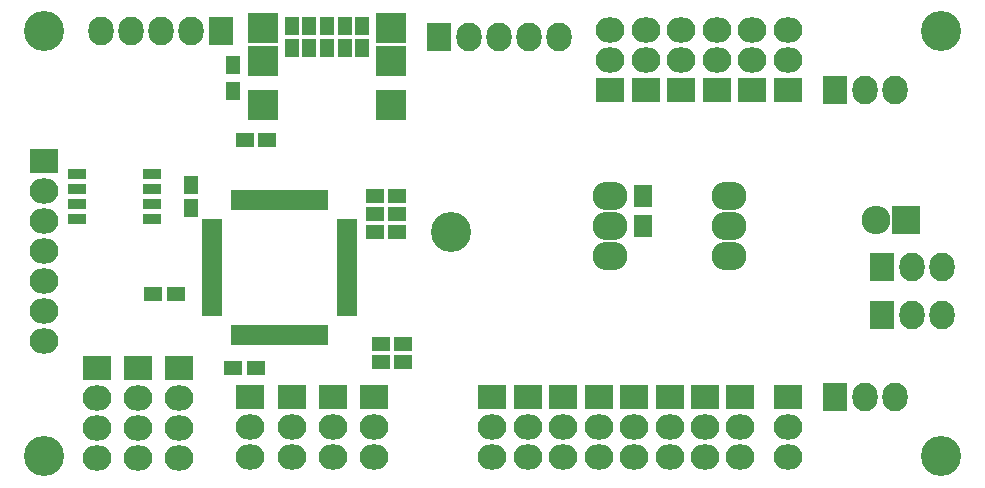
<source format=gbr>
G04 #@! TF.FileFunction,Soldermask,Top*
%FSLAX46Y46*%
G04 Gerber Fmt 4.6, Leading zero omitted, Abs format (unit mm)*
G04 Created by KiCad (PCBNEW 4.0.0-rc1-stable) date 19/11/2015 21:53:00*
%MOMM*%
G01*
G04 APERTURE LIST*
%ADD10C,0.100000*%
%ADD11R,1.150000X1.600000*%
%ADD12R,1.650000X1.900000*%
%ADD13R,1.600000X1.150000*%
%ADD14R,2.127200X2.432000*%
%ADD15O,2.127200X2.432000*%
%ADD16R,1.543000X0.908000*%
%ADD17C,3.400000*%
%ADD18R,2.432000X2.127200*%
%ADD19O,2.432000X2.127200*%
%ADD20R,1.300000X1.600000*%
%ADD21R,1.700000X0.650000*%
%ADD22R,0.650000X1.700000*%
%ADD23R,2.500000X2.500000*%
%ADD24O,2.940000X2.432000*%
%ADD25R,2.432000X2.432000*%
%ADD26O,2.432000X2.432000*%
G04 APERTURE END LIST*
D10*
D11*
X152500000Y-58450000D03*
X152500000Y-56550000D03*
D12*
X177750000Y-71000000D03*
X177750000Y-73500000D03*
D13*
X157450000Y-85000000D03*
X155550000Y-85000000D03*
X156950000Y-74000000D03*
X155050000Y-74000000D03*
D11*
X139500000Y-71950000D03*
X139500000Y-70050000D03*
D13*
X155050000Y-71000000D03*
X156950000Y-71000000D03*
X144950000Y-85500000D03*
X143050000Y-85500000D03*
X155550000Y-83500000D03*
X157450000Y-83500000D03*
X155050000Y-72500000D03*
X156950000Y-72500000D03*
X144050000Y-66250000D03*
X145950000Y-66250000D03*
X138200000Y-79250000D03*
X136300000Y-79250000D03*
D14*
X198000000Y-77000000D03*
D15*
X200540000Y-77000000D03*
X203080000Y-77000000D03*
D16*
X136175000Y-69095000D03*
X136175000Y-70365000D03*
X136175000Y-71635000D03*
X136175000Y-72905000D03*
X129825000Y-72905000D03*
X129825000Y-71635000D03*
X129825000Y-70365000D03*
X129825000Y-69095000D03*
D14*
X160500000Y-57500000D03*
D15*
X163040000Y-57500000D03*
X165580000Y-57500000D03*
X168120000Y-57500000D03*
X170660000Y-57500000D03*
D17*
X161500000Y-74000000D03*
D18*
X144500000Y-88000000D03*
D19*
X144500000Y-90540000D03*
X144500000Y-93080000D03*
D18*
X148000000Y-88000000D03*
D19*
X148000000Y-90540000D03*
X148000000Y-93080000D03*
D18*
X151500000Y-88000000D03*
D19*
X151500000Y-90540000D03*
X151500000Y-93080000D03*
D18*
X155000000Y-88000000D03*
D19*
X155000000Y-90540000D03*
X155000000Y-93080000D03*
D17*
X127000000Y-57000000D03*
X203000000Y-57000000D03*
X203000000Y-93000000D03*
X127000000Y-93000000D03*
D14*
X198000000Y-81000000D03*
D15*
X200540000Y-81000000D03*
X203080000Y-81000000D03*
D20*
X143000000Y-59900000D03*
X143000000Y-62100000D03*
D18*
X187000000Y-62000000D03*
D19*
X187000000Y-59460000D03*
X187000000Y-56920000D03*
D18*
X184000000Y-62000000D03*
D19*
X184000000Y-59460000D03*
X184000000Y-56920000D03*
D18*
X181000000Y-62000000D03*
D19*
X181000000Y-59460000D03*
X181000000Y-56920000D03*
D18*
X178000000Y-62000000D03*
D19*
X178000000Y-59460000D03*
X178000000Y-56920000D03*
D18*
X175000000Y-62000000D03*
D19*
X175000000Y-59460000D03*
X175000000Y-56920000D03*
D18*
X190000000Y-62000000D03*
D19*
X190000000Y-59460000D03*
X190000000Y-56920000D03*
D18*
X177000000Y-88000000D03*
D19*
X177000000Y-90540000D03*
X177000000Y-93080000D03*
D18*
X180000000Y-88000000D03*
D19*
X180000000Y-90540000D03*
X180000000Y-93080000D03*
D18*
X183000000Y-88000000D03*
D19*
X183000000Y-90540000D03*
X183000000Y-93080000D03*
D18*
X186000000Y-88000000D03*
D19*
X186000000Y-90540000D03*
X186000000Y-93080000D03*
D18*
X165000000Y-88000000D03*
D19*
X165000000Y-90540000D03*
X165000000Y-93080000D03*
D18*
X168000000Y-88000000D03*
D19*
X168000000Y-90540000D03*
X168000000Y-93080000D03*
D18*
X171000000Y-88000000D03*
D19*
X171000000Y-90540000D03*
X171000000Y-93080000D03*
D18*
X174000000Y-88000000D03*
D19*
X174000000Y-90540000D03*
X174000000Y-93080000D03*
D18*
X190000000Y-88000000D03*
D19*
X190000000Y-90540000D03*
X190000000Y-93080000D03*
D14*
X194000000Y-62000000D03*
D15*
X196540000Y-62000000D03*
X199080000Y-62000000D03*
D14*
X194000000Y-88000000D03*
D15*
X196540000Y-88000000D03*
X199080000Y-88000000D03*
D18*
X127000000Y-68000000D03*
D19*
X127000000Y-70540000D03*
X127000000Y-73080000D03*
X127000000Y-75620000D03*
X127000000Y-78160000D03*
X127000000Y-80700000D03*
X127000000Y-83240000D03*
D14*
X142000000Y-57000000D03*
D15*
X139460000Y-57000000D03*
X136920000Y-57000000D03*
X134380000Y-57000000D03*
X131840000Y-57000000D03*
D21*
X141300000Y-73250000D03*
X141300000Y-73750000D03*
X141300000Y-74250000D03*
X141300000Y-74750000D03*
X141300000Y-75250000D03*
X141300000Y-75750000D03*
X141300000Y-76250000D03*
X141300000Y-76750000D03*
X141300000Y-77250000D03*
X141300000Y-77750000D03*
X141300000Y-78250000D03*
X141300000Y-78750000D03*
X141300000Y-79250000D03*
X141300000Y-79750000D03*
X141300000Y-80250000D03*
X141300000Y-80750000D03*
D22*
X143250000Y-82700000D03*
X143750000Y-82700000D03*
X144250000Y-82700000D03*
X144750000Y-82700000D03*
X145250000Y-82700000D03*
X145750000Y-82700000D03*
X146250000Y-82700000D03*
X146750000Y-82700000D03*
X147250000Y-82700000D03*
X147750000Y-82700000D03*
X148250000Y-82700000D03*
X148750000Y-82700000D03*
X149250000Y-82700000D03*
X149750000Y-82700000D03*
X150250000Y-82700000D03*
X150750000Y-82700000D03*
D21*
X152700000Y-80750000D03*
X152700000Y-80250000D03*
X152700000Y-79750000D03*
X152700000Y-79250000D03*
X152700000Y-78750000D03*
X152700000Y-78250000D03*
X152700000Y-77750000D03*
X152700000Y-77250000D03*
X152700000Y-76750000D03*
X152700000Y-76250000D03*
X152700000Y-75750000D03*
X152700000Y-75250000D03*
X152700000Y-74750000D03*
X152700000Y-74250000D03*
X152700000Y-73750000D03*
X152700000Y-73250000D03*
D22*
X150750000Y-71300000D03*
X150250000Y-71300000D03*
X149750000Y-71300000D03*
X149250000Y-71300000D03*
X148750000Y-71300000D03*
X148250000Y-71300000D03*
X147750000Y-71300000D03*
X147250000Y-71300000D03*
X146750000Y-71300000D03*
X146250000Y-71300000D03*
X145750000Y-71300000D03*
X145250000Y-71300000D03*
X144750000Y-71300000D03*
X144250000Y-71300000D03*
X143750000Y-71300000D03*
X143250000Y-71300000D03*
D11*
X151000000Y-58450000D03*
X151000000Y-56550000D03*
X149500000Y-58450000D03*
X149500000Y-56550000D03*
X148000000Y-58450000D03*
X148000000Y-56550000D03*
X154000000Y-58450000D03*
X154000000Y-56550000D03*
D23*
X145600000Y-56750000D03*
X156400000Y-56750000D03*
X145600000Y-59550000D03*
X156400000Y-59550000D03*
X156400000Y-63250000D03*
X145600000Y-63250000D03*
D24*
X185000000Y-73500000D03*
X185000000Y-70960000D03*
X185000000Y-76040000D03*
X175000000Y-73500000D03*
X175000000Y-70960000D03*
X175000000Y-76040000D03*
D25*
X200000000Y-73000000D03*
D26*
X197460000Y-73000000D03*
D18*
X138500000Y-85500000D03*
D19*
X138500000Y-88040000D03*
X138500000Y-90580000D03*
X138500000Y-93120000D03*
D18*
X135000000Y-85500000D03*
D19*
X135000000Y-88040000D03*
X135000000Y-90580000D03*
X135000000Y-93120000D03*
D18*
X131500000Y-85500000D03*
D19*
X131500000Y-88040000D03*
X131500000Y-90580000D03*
X131500000Y-93120000D03*
M02*

</source>
